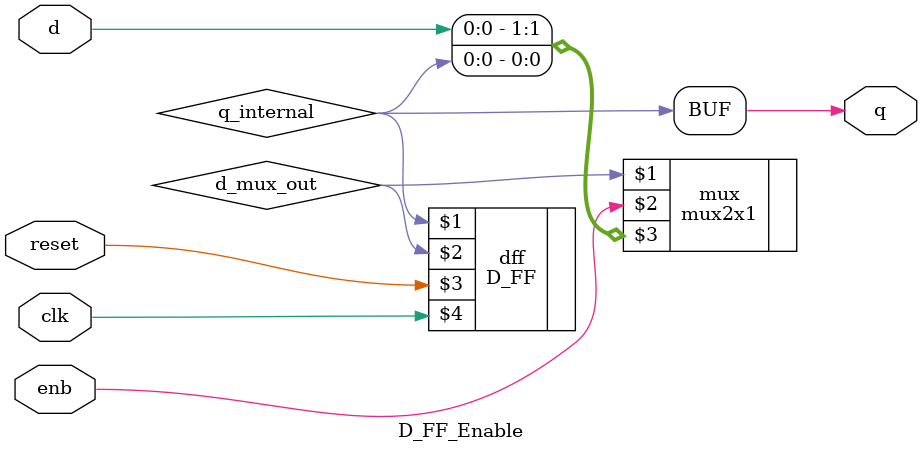
<source format=sv>
module D_FF_Enable(
input d, enb, clk, reset,
output q);

// D-FF with an enable signal

mux2x1 mux(d_mux_out, enb, {d, q_internal});

D_FF dff(q_internal, d_mux_out, reset, clk);

assign q = q_internal;

endmodule
</source>
